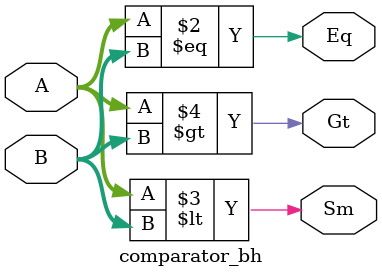
<source format=v>
module comparator_bh(input [3:0] A,B, output reg Gt,Sm,Eq);
always @(*) begin
    {Gt,Sm,Eq} = {A>B,A<B,A==B};
end
endmodule
</source>
